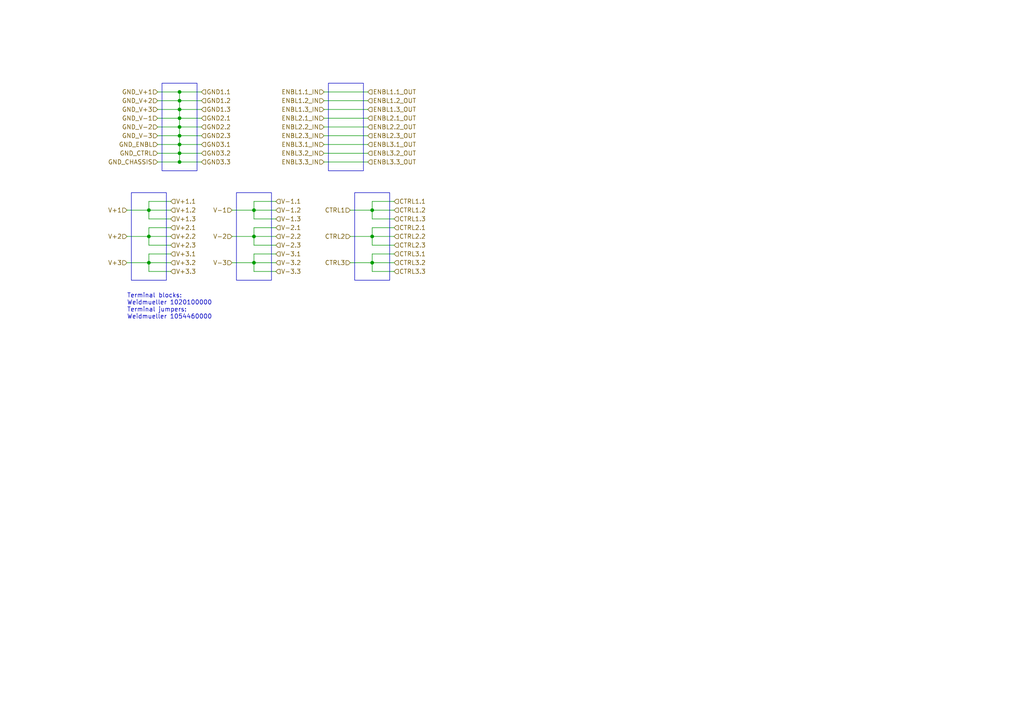
<source format=kicad_sch>
(kicad_sch
	(version 20231120)
	(generator "eeschema")
	(generator_version "8.0")
	(uuid "581073ff-566e-4631-a4a9-47918832661d")
	(paper "A4")
	(title_block
		(title "LED Driver Box")
		(date "2023-07-19")
		(company "SBC")
		(comment 1 "Zhiheng Sheng")
	)
	(lib_symbols)
	(junction
		(at 52.07 44.45)
		(diameter 0)
		(color 0 0 0 0)
		(uuid "12a493f3-0c58-45f5-b6ba-1caf8a1fbbfd")
	)
	(junction
		(at 107.95 76.2)
		(diameter 0)
		(color 0 0 0 0)
		(uuid "2a267081-0e92-442b-9275-baf49d0f6747")
	)
	(junction
		(at 52.07 26.67)
		(diameter 0)
		(color 0 0 0 0)
		(uuid "2aa4e0f4-3dfa-4ad4-93b9-ce84eb8389e3")
	)
	(junction
		(at 73.66 68.58)
		(diameter 0)
		(color 0 0 0 0)
		(uuid "2d1c6bbf-015a-41be-a069-f0e216976a71")
	)
	(junction
		(at 43.18 76.2)
		(diameter 0)
		(color 0 0 0 0)
		(uuid "32995ef0-f5cf-43f2-9703-e913dc3832ad")
	)
	(junction
		(at 107.95 60.96)
		(diameter 0)
		(color 0 0 0 0)
		(uuid "3369708a-6266-4bd9-8ded-98984176d4ca")
	)
	(junction
		(at 43.18 68.58)
		(diameter 0)
		(color 0 0 0 0)
		(uuid "44970cbe-c230-4764-9ebd-b81d83f9ca7d")
	)
	(junction
		(at 52.07 41.91)
		(diameter 0)
		(color 0 0 0 0)
		(uuid "4bc51e9d-0b4c-4073-8b6f-8792f663cdc0")
	)
	(junction
		(at 52.07 34.29)
		(diameter 0)
		(color 0 0 0 0)
		(uuid "5c4180a1-65f8-4331-b420-06a5e7b57f43")
	)
	(junction
		(at 52.07 29.21)
		(diameter 0)
		(color 0 0 0 0)
		(uuid "9c76fb3d-7acf-49ff-bda4-912751b84221")
	)
	(junction
		(at 107.95 68.58)
		(diameter 0)
		(color 0 0 0 0)
		(uuid "b7ecb460-817f-47b9-b4fb-3266f37f807f")
	)
	(junction
		(at 52.07 36.83)
		(diameter 0)
		(color 0 0 0 0)
		(uuid "bc2f1c7a-7b23-4346-bdd0-6640b468e712")
	)
	(junction
		(at 73.66 76.2)
		(diameter 0)
		(color 0 0 0 0)
		(uuid "cd6dd4b6-57b8-4c64-bed2-8521749f7493")
	)
	(junction
		(at 52.07 46.99)
		(diameter 0)
		(color 0 0 0 0)
		(uuid "ce85ed55-b54b-4f75-a935-156878c63d75")
	)
	(junction
		(at 52.07 39.37)
		(diameter 0)
		(color 0 0 0 0)
		(uuid "d09a64cb-7f4c-4cbc-9eeb-d28784886ca3")
	)
	(junction
		(at 73.66 60.96)
		(diameter 0)
		(color 0 0 0 0)
		(uuid "d2d302d4-b27a-4870-8b10-87496ad44250")
	)
	(junction
		(at 52.07 31.75)
		(diameter 0)
		(color 0 0 0 0)
		(uuid "d4c88600-5d61-4e42-a04d-10765e8eeb44")
	)
	(junction
		(at 43.18 60.96)
		(diameter 0)
		(color 0 0 0 0)
		(uuid "f8c343e3-c735-40c2-8f69-4a4d6700eb48")
	)
	(wire
		(pts
			(xy 73.66 71.12) (xy 80.01 71.12)
		)
		(stroke
			(width 0)
			(type default)
		)
		(uuid "0236429d-a7c7-497e-bd08-439275d1191b")
	)
	(wire
		(pts
			(xy 43.18 58.42) (xy 43.18 60.96)
		)
		(stroke
			(width 0)
			(type default)
		)
		(uuid "044c84ec-9afc-4cd3-a595-9ef36ad572ca")
	)
	(wire
		(pts
			(xy 52.07 29.21) (xy 52.07 31.75)
		)
		(stroke
			(width 0)
			(type default)
		)
		(uuid "04958178-7236-4d10-846f-80682ba993da")
	)
	(wire
		(pts
			(xy 52.07 34.29) (xy 52.07 36.83)
		)
		(stroke
			(width 0)
			(type default)
		)
		(uuid "04cf111c-01a1-425b-bec5-86b49016b93d")
	)
	(wire
		(pts
			(xy 43.18 60.96) (xy 49.53 60.96)
		)
		(stroke
			(width 0)
			(type default)
		)
		(uuid "052181b2-df95-4dcf-962b-7d262a2d2fa5")
	)
	(wire
		(pts
			(xy 73.66 63.5) (xy 80.01 63.5)
		)
		(stroke
			(width 0)
			(type default)
		)
		(uuid "0735539a-9157-4428-aa8d-7f018590563b")
	)
	(wire
		(pts
			(xy 43.18 60.96) (xy 43.18 63.5)
		)
		(stroke
			(width 0)
			(type default)
		)
		(uuid "0ae3fcb6-dfb2-409c-bc77-0cf5ad829dbe")
	)
	(wire
		(pts
			(xy 43.18 63.5) (xy 49.53 63.5)
		)
		(stroke
			(width 0)
			(type default)
		)
		(uuid "0ee447ff-943c-4d8b-b56e-40a3c4d6f254")
	)
	(wire
		(pts
			(xy 52.07 34.29) (xy 58.42 34.29)
		)
		(stroke
			(width 0)
			(type default)
		)
		(uuid "0f088927-7ac1-45ca-95fa-f7e605e65ae6")
	)
	(wire
		(pts
			(xy 36.83 68.58) (xy 43.18 68.58)
		)
		(stroke
			(width 0)
			(type default)
		)
		(uuid "0f61d264-b4c2-428d-bef8-4a10d6c9a7dd")
	)
	(wire
		(pts
			(xy 107.95 76.2) (xy 114.3 76.2)
		)
		(stroke
			(width 0)
			(type default)
		)
		(uuid "1366e04d-d97b-412d-a570-9e9525957c89")
	)
	(wire
		(pts
			(xy 107.95 60.96) (xy 107.95 63.5)
		)
		(stroke
			(width 0)
			(type default)
		)
		(uuid "1a7ed3fc-b367-471f-8cb2-ace16623d461")
	)
	(wire
		(pts
			(xy 93.98 46.99) (xy 106.68 46.99)
		)
		(stroke
			(width 0)
			(type default)
		)
		(uuid "1c9fc8d2-9119-49dc-8fa5-97906e941210")
	)
	(wire
		(pts
			(xy 107.95 58.42) (xy 107.95 60.96)
		)
		(stroke
			(width 0)
			(type default)
		)
		(uuid "1d585c3a-ac44-495f-94ce-cbe2031e4b38")
	)
	(wire
		(pts
			(xy 52.07 39.37) (xy 52.07 41.91)
		)
		(stroke
			(width 0)
			(type default)
		)
		(uuid "1d8d3a43-7f22-4aa1-8481-b59f63b1160c")
	)
	(wire
		(pts
			(xy 93.98 41.91) (xy 106.68 41.91)
		)
		(stroke
			(width 0)
			(type default)
		)
		(uuid "1deac3a9-1656-4d8a-8f64-b3b692afb5e0")
	)
	(wire
		(pts
			(xy 80.01 66.04) (xy 73.66 66.04)
		)
		(stroke
			(width 0)
			(type default)
		)
		(uuid "256b0c4c-3066-429c-927b-5f1e3a6423dc")
	)
	(wire
		(pts
			(xy 45.72 41.91) (xy 52.07 41.91)
		)
		(stroke
			(width 0)
			(type default)
		)
		(uuid "261998f9-6c89-4feb-9f36-67d606af8e86")
	)
	(wire
		(pts
			(xy 43.18 76.2) (xy 49.53 76.2)
		)
		(stroke
			(width 0)
			(type default)
		)
		(uuid "2baa11fa-9a9b-4b6e-b6a0-0be8e253fa1e")
	)
	(wire
		(pts
			(xy 52.07 36.83) (xy 52.07 39.37)
		)
		(stroke
			(width 0)
			(type default)
		)
		(uuid "2c27ca7c-4846-4d58-abb2-a139b69d8adc")
	)
	(wire
		(pts
			(xy 107.95 68.58) (xy 114.3 68.58)
		)
		(stroke
			(width 0)
			(type default)
		)
		(uuid "2c740d73-03c6-4911-a369-9af0f349a7b0")
	)
	(wire
		(pts
			(xy 114.3 73.66) (xy 107.95 73.66)
		)
		(stroke
			(width 0)
			(type default)
		)
		(uuid "2cc6b454-75ce-40e2-a1bb-e0a2b0203c2b")
	)
	(wire
		(pts
			(xy 52.07 26.67) (xy 52.07 29.21)
		)
		(stroke
			(width 0)
			(type default)
		)
		(uuid "2d683142-9422-4831-8aa5-19af13c2cc35")
	)
	(wire
		(pts
			(xy 73.66 58.42) (xy 73.66 60.96)
		)
		(stroke
			(width 0)
			(type default)
		)
		(uuid "2e6a6f52-ce1a-42c5-be5a-b2856ec2b370")
	)
	(wire
		(pts
			(xy 101.6 60.96) (xy 107.95 60.96)
		)
		(stroke
			(width 0)
			(type default)
		)
		(uuid "309b1c11-db0a-429e-939f-bfc5db030e63")
	)
	(wire
		(pts
			(xy 36.83 76.2) (xy 43.18 76.2)
		)
		(stroke
			(width 0)
			(type default)
		)
		(uuid "3236cb79-331b-4a65-a697-08510c5e5aea")
	)
	(wire
		(pts
			(xy 45.72 31.75) (xy 52.07 31.75)
		)
		(stroke
			(width 0)
			(type default)
		)
		(uuid "369e1b65-3939-4a49-8264-475eb6be7569")
	)
	(wire
		(pts
			(xy 52.07 41.91) (xy 52.07 44.45)
		)
		(stroke
			(width 0)
			(type default)
		)
		(uuid "36a1b096-c7b3-4e78-9da3-ecca583f16e1")
	)
	(wire
		(pts
			(xy 52.07 46.99) (xy 58.42 46.99)
		)
		(stroke
			(width 0)
			(type default)
		)
		(uuid "3fd26c43-17a6-4d10-9de6-085f6934b0f0")
	)
	(wire
		(pts
			(xy 67.31 68.58) (xy 73.66 68.58)
		)
		(stroke
			(width 0)
			(type default)
		)
		(uuid "43484ba8-643d-4873-a1d2-bb9399e3e0fe")
	)
	(wire
		(pts
			(xy 107.95 78.74) (xy 114.3 78.74)
		)
		(stroke
			(width 0)
			(type default)
		)
		(uuid "457cd467-8de0-4f3b-9c6d-c3116e376e9b")
	)
	(wire
		(pts
			(xy 36.83 60.96) (xy 43.18 60.96)
		)
		(stroke
			(width 0)
			(type default)
		)
		(uuid "49326c83-3096-41b2-97db-bb4d3bc8a064")
	)
	(wire
		(pts
			(xy 107.95 71.12) (xy 114.3 71.12)
		)
		(stroke
			(width 0)
			(type default)
		)
		(uuid "4a5c5b6a-4d69-4723-997e-447167037f5d")
	)
	(wire
		(pts
			(xy 52.07 41.91) (xy 58.42 41.91)
		)
		(stroke
			(width 0)
			(type default)
		)
		(uuid "4ab6faea-8e6e-43c6-8434-7dcb5a78ebe7")
	)
	(wire
		(pts
			(xy 52.07 31.75) (xy 58.42 31.75)
		)
		(stroke
			(width 0)
			(type default)
		)
		(uuid "528f4220-0478-49af-9e8b-2043d87a8870")
	)
	(wire
		(pts
			(xy 52.07 36.83) (xy 58.42 36.83)
		)
		(stroke
			(width 0)
			(type default)
		)
		(uuid "54e70b02-6dda-4e0f-9ec0-e70ccd92ef57")
	)
	(wire
		(pts
			(xy 73.66 76.2) (xy 80.01 76.2)
		)
		(stroke
			(width 0)
			(type default)
		)
		(uuid "596210b2-1e96-4d64-8fb8-0b71dc628831")
	)
	(wire
		(pts
			(xy 49.53 58.42) (xy 43.18 58.42)
		)
		(stroke
			(width 0)
			(type default)
		)
		(uuid "59d4e121-d5e5-4b37-b130-b931c310da08")
	)
	(wire
		(pts
			(xy 43.18 68.58) (xy 49.53 68.58)
		)
		(stroke
			(width 0)
			(type default)
		)
		(uuid "61c5ad3a-95c0-4d26-b305-fed427af08be")
	)
	(wire
		(pts
			(xy 107.95 60.96) (xy 114.3 60.96)
		)
		(stroke
			(width 0)
			(type default)
		)
		(uuid "635ce43f-a993-4307-a27d-fa9357bbf446")
	)
	(wire
		(pts
			(xy 73.66 78.74) (xy 80.01 78.74)
		)
		(stroke
			(width 0)
			(type default)
		)
		(uuid "66c775c2-182e-4768-a1f3-fb0e4a3f6cf5")
	)
	(wire
		(pts
			(xy 45.72 46.99) (xy 52.07 46.99)
		)
		(stroke
			(width 0)
			(type default)
		)
		(uuid "689cbf59-ba79-4c0e-8953-05d465148514")
	)
	(wire
		(pts
			(xy 93.98 39.37) (xy 106.68 39.37)
		)
		(stroke
			(width 0)
			(type default)
		)
		(uuid "6a87d804-7b28-4742-ae7a-62c53e6556ec")
	)
	(wire
		(pts
			(xy 93.98 34.29) (xy 106.68 34.29)
		)
		(stroke
			(width 0)
			(type default)
		)
		(uuid "71a5e88b-bb49-45ad-8423-4f754060f490")
	)
	(wire
		(pts
			(xy 107.95 76.2) (xy 107.95 78.74)
		)
		(stroke
			(width 0)
			(type default)
		)
		(uuid "749e3553-50ff-448c-89a8-41997c0e98e7")
	)
	(wire
		(pts
			(xy 107.95 68.58) (xy 107.95 71.12)
		)
		(stroke
			(width 0)
			(type default)
		)
		(uuid "7614e7da-cc57-42ba-9da4-08e4255e5494")
	)
	(wire
		(pts
			(xy 114.3 58.42) (xy 107.95 58.42)
		)
		(stroke
			(width 0)
			(type default)
		)
		(uuid "76887785-c0de-44f8-a809-0ed446df9d75")
	)
	(wire
		(pts
			(xy 52.07 44.45) (xy 52.07 46.99)
		)
		(stroke
			(width 0)
			(type default)
		)
		(uuid "7aa209eb-c6e8-488a-9284-7648f66a5116")
	)
	(wire
		(pts
			(xy 93.98 26.67) (xy 106.68 26.67)
		)
		(stroke
			(width 0)
			(type default)
		)
		(uuid "7b5976d5-78d3-4947-99ac-d515894c1e61")
	)
	(wire
		(pts
			(xy 67.31 76.2) (xy 73.66 76.2)
		)
		(stroke
			(width 0)
			(type default)
		)
		(uuid "7df49da9-2792-400c-8cbd-88b5508b75fc")
	)
	(wire
		(pts
			(xy 73.66 66.04) (xy 73.66 68.58)
		)
		(stroke
			(width 0)
			(type default)
		)
		(uuid "7e0eac20-e703-40ff-9548-6b226c33e859")
	)
	(wire
		(pts
			(xy 101.6 68.58) (xy 107.95 68.58)
		)
		(stroke
			(width 0)
			(type default)
		)
		(uuid "7f8557d5-c3b6-4841-adf9-138514b3a41b")
	)
	(wire
		(pts
			(xy 73.66 76.2) (xy 73.66 78.74)
		)
		(stroke
			(width 0)
			(type default)
		)
		(uuid "7fe0267a-8979-4e25-a8c9-c4a04e9e0075")
	)
	(wire
		(pts
			(xy 52.07 26.67) (xy 58.42 26.67)
		)
		(stroke
			(width 0)
			(type default)
		)
		(uuid "8050b9b5-7073-465d-93e9-f17d4a9d0043")
	)
	(wire
		(pts
			(xy 52.07 44.45) (xy 58.42 44.45)
		)
		(stroke
			(width 0)
			(type default)
		)
		(uuid "842fdece-74a4-4987-994e-53be2971b433")
	)
	(wire
		(pts
			(xy 80.01 58.42) (xy 73.66 58.42)
		)
		(stroke
			(width 0)
			(type default)
		)
		(uuid "870b9a5c-aa78-4a15-b247-604713d49754")
	)
	(wire
		(pts
			(xy 73.66 73.66) (xy 73.66 76.2)
		)
		(stroke
			(width 0)
			(type default)
		)
		(uuid "89a4e8ba-ff3f-4cd5-870c-d57834efd266")
	)
	(wire
		(pts
			(xy 45.72 36.83) (xy 52.07 36.83)
		)
		(stroke
			(width 0)
			(type default)
		)
		(uuid "8abf4702-5dab-4da4-9962-d65b018cf8d7")
	)
	(wire
		(pts
			(xy 43.18 73.66) (xy 43.18 76.2)
		)
		(stroke
			(width 0)
			(type default)
		)
		(uuid "8bdba472-95f9-4950-98bd-ad2fdb6e7b45")
	)
	(wire
		(pts
			(xy 45.72 29.21) (xy 52.07 29.21)
		)
		(stroke
			(width 0)
			(type default)
		)
		(uuid "9686f797-0c57-4581-b16d-704d002b27f2")
	)
	(wire
		(pts
			(xy 45.72 26.67) (xy 52.07 26.67)
		)
		(stroke
			(width 0)
			(type default)
		)
		(uuid "9956d5ae-f32f-48e2-a245-6928b9f8fb44")
	)
	(wire
		(pts
			(xy 93.98 36.83) (xy 106.68 36.83)
		)
		(stroke
			(width 0)
			(type default)
		)
		(uuid "a0c1f138-5385-41bf-a186-2929b9c9efd9")
	)
	(wire
		(pts
			(xy 114.3 66.04) (xy 107.95 66.04)
		)
		(stroke
			(width 0)
			(type default)
		)
		(uuid "a77ec3dd-9cf8-4189-9e54-f566c7be4a03")
	)
	(wire
		(pts
			(xy 52.07 39.37) (xy 58.42 39.37)
		)
		(stroke
			(width 0)
			(type default)
		)
		(uuid "b2091db9-b52a-4b04-9de3-34ca6e0bd2a5")
	)
	(wire
		(pts
			(xy 49.53 73.66) (xy 43.18 73.66)
		)
		(stroke
			(width 0)
			(type default)
		)
		(uuid "b8c22691-a82d-445f-bec6-af5ccacad8f0")
	)
	(wire
		(pts
			(xy 52.07 31.75) (xy 52.07 34.29)
		)
		(stroke
			(width 0)
			(type default)
		)
		(uuid "b8ed3d74-5d3b-4f9b-91f3-04769f404441")
	)
	(wire
		(pts
			(xy 73.66 60.96) (xy 80.01 60.96)
		)
		(stroke
			(width 0)
			(type default)
		)
		(uuid "bdac7419-7ed3-4b38-b6cf-d0cf00e5b663")
	)
	(wire
		(pts
			(xy 73.66 68.58) (xy 73.66 71.12)
		)
		(stroke
			(width 0)
			(type default)
		)
		(uuid "be2e63b7-0da3-49dd-88bb-429aefdb60f0")
	)
	(wire
		(pts
			(xy 80.01 73.66) (xy 73.66 73.66)
		)
		(stroke
			(width 0)
			(type default)
		)
		(uuid "c43825bb-bacd-4c8d-8800-3093e3a6122d")
	)
	(wire
		(pts
			(xy 43.18 76.2) (xy 43.18 78.74)
		)
		(stroke
			(width 0)
			(type default)
		)
		(uuid "cc65d1ed-d225-4039-9466-d7476d0d8204")
	)
	(wire
		(pts
			(xy 45.72 39.37) (xy 52.07 39.37)
		)
		(stroke
			(width 0)
			(type default)
		)
		(uuid "ce3cd243-eadc-46e5-a67f-3173e870901e")
	)
	(wire
		(pts
			(xy 43.18 78.74) (xy 49.53 78.74)
		)
		(stroke
			(width 0)
			(type default)
		)
		(uuid "d04586cb-4aac-4c70-b54d-40c9a0c599fc")
	)
	(wire
		(pts
			(xy 43.18 71.12) (xy 49.53 71.12)
		)
		(stroke
			(width 0)
			(type default)
		)
		(uuid "d0f1f5c7-fd51-423b-b4b8-0d1ee58b11bb")
	)
	(wire
		(pts
			(xy 107.95 66.04) (xy 107.95 68.58)
		)
		(stroke
			(width 0)
			(type default)
		)
		(uuid "d534b479-7de0-410b-8d51-d0d3fdf08e92")
	)
	(wire
		(pts
			(xy 49.53 66.04) (xy 43.18 66.04)
		)
		(stroke
			(width 0)
			(type default)
		)
		(uuid "d7cb7d13-96dc-4b90-b4df-1fbede2f63bd")
	)
	(wire
		(pts
			(xy 107.95 73.66) (xy 107.95 76.2)
		)
		(stroke
			(width 0)
			(type default)
		)
		(uuid "d860af5b-c14f-41b5-aef4-922908e24475")
	)
	(wire
		(pts
			(xy 93.98 29.21) (xy 106.68 29.21)
		)
		(stroke
			(width 0)
			(type default)
		)
		(uuid "dba5562b-8aa0-49e3-972f-036180172631")
	)
	(wire
		(pts
			(xy 67.31 60.96) (xy 73.66 60.96)
		)
		(stroke
			(width 0)
			(type default)
		)
		(uuid "dbb775d9-daca-48a1-a193-c21ed53596cf")
	)
	(wire
		(pts
			(xy 93.98 44.45) (xy 106.68 44.45)
		)
		(stroke
			(width 0)
			(type default)
		)
		(uuid "e2f7306a-301b-4844-a6ab-f8f285f9625f")
	)
	(wire
		(pts
			(xy 93.98 31.75) (xy 106.68 31.75)
		)
		(stroke
			(width 0)
			(type default)
		)
		(uuid "e373fba2-ece3-4649-9911-a0586e3dd5a5")
	)
	(wire
		(pts
			(xy 52.07 29.21) (xy 58.42 29.21)
		)
		(stroke
			(width 0)
			(type default)
		)
		(uuid "e407de74-e1ba-4c02-a8f7-f7ad782d7fd8")
	)
	(wire
		(pts
			(xy 101.6 76.2) (xy 107.95 76.2)
		)
		(stroke
			(width 0)
			(type default)
		)
		(uuid "e626d859-5d81-4e79-b94b-054fda233a13")
	)
	(wire
		(pts
			(xy 45.72 44.45) (xy 52.07 44.45)
		)
		(stroke
			(width 0)
			(type default)
		)
		(uuid "ebc46310-9aa8-4e89-8d27-074353d009ae")
	)
	(wire
		(pts
			(xy 73.66 60.96) (xy 73.66 63.5)
		)
		(stroke
			(width 0)
			(type default)
		)
		(uuid "ec2d60f6-7e86-4175-a1e5-34917e03135a")
	)
	(wire
		(pts
			(xy 45.72 34.29) (xy 52.07 34.29)
		)
		(stroke
			(width 0)
			(type default)
		)
		(uuid "ec4f4158-b625-4581-99f0-bd53a83f85a8")
	)
	(wire
		(pts
			(xy 43.18 68.58) (xy 43.18 71.12)
		)
		(stroke
			(width 0)
			(type default)
		)
		(uuid "f3428763-4b56-44c9-afd6-b87c534681db")
	)
	(wire
		(pts
			(xy 107.95 63.5) (xy 114.3 63.5)
		)
		(stroke
			(width 0)
			(type default)
		)
		(uuid "f681a262-8b05-4bca-8bbc-2b4a3f86bff4")
	)
	(wire
		(pts
			(xy 43.18 66.04) (xy 43.18 68.58)
		)
		(stroke
			(width 0)
			(type default)
		)
		(uuid "f844f351-a0d5-4164-a5a4-78452d489911")
	)
	(wire
		(pts
			(xy 73.66 68.58) (xy 80.01 68.58)
		)
		(stroke
			(width 0)
			(type default)
		)
		(uuid "f896314a-9489-48a9-8ee5-fa77bf7669a7")
	)
	(rectangle
		(start 46.99 24.13)
		(end 57.15 49.53)
		(stroke
			(width 0)
			(type default)
		)
		(fill
			(type none)
		)
		(uuid 215a4aab-30e0-43e1-8c30-fbcc830e434b)
	)
	(rectangle
		(start 95.25 24.13)
		(end 105.41 49.53)
		(stroke
			(width 0)
			(type default)
		)
		(fill
			(type none)
		)
		(uuid 3d9fd7d1-8f9d-4507-8ef5-6fbc4d0f38bb)
	)
	(rectangle
		(start 68.58 55.88)
		(end 78.74 81.28)
		(stroke
			(width 0)
			(type default)
		)
		(fill
			(type none)
		)
		(uuid 4cd24d45-9afd-41bd-9e3a-de6831bcb285)
	)
	(rectangle
		(start 102.87 55.88)
		(end 113.03 81.28)
		(stroke
			(width 0)
			(type default)
		)
		(fill
			(type none)
		)
		(uuid 6a5160a8-572c-46e1-81af-7d2dcc89c07d)
	)
	(rectangle
		(start 38.1 55.88)
		(end 48.26 81.28)
		(stroke
			(width 0)
			(type default)
		)
		(fill
			(type none)
		)
		(uuid ef07d3ad-c0b9-44bc-933f-046b2071b80f)
	)
	(text "Terminal blocks:\nWeidmueller 1020100000\nTerminal jumpers:\nWeidmueller 1054460000\n"
		(exclude_from_sim no)
		(at 36.83 92.71 0)
		(effects
			(font
				(size 1.27 1.27)
			)
			(justify left bottom)
		)
		(uuid "b6bc10e6-84b0-4dd4-a1ea-f96f06fe9cbc")
	)
	(hierarchical_label "V+3"
		(shape input)
		(at 36.83 76.2 180)
		(fields_autoplaced yes)
		(effects
			(font
				(size 1.27 1.27)
			)
			(justify right)
		)
		(uuid "02077a7e-7014-4126-baf0-8b6fe652a912")
	)
	(hierarchical_label "GND_V-3"
		(shape input)
		(at 45.72 39.37 180)
		(fields_autoplaced yes)
		(effects
			(font
				(size 1.27 1.27)
			)
			(justify right)
		)
		(uuid "0241f5c6-6ea9-4bb5-b367-478b7044bd24")
	)
	(hierarchical_label "V-1"
		(shape input)
		(at 67.31 60.96 180)
		(fields_autoplaced yes)
		(effects
			(font
				(size 1.27 1.27)
			)
			(justify right)
		)
		(uuid "03ca481f-93db-4c60-a420-009b08db2ff2")
	)
	(hierarchical_label "GND_ENBL"
		(shape input)
		(at 45.72 41.91 180)
		(fields_autoplaced yes)
		(effects
			(font
				(size 1.27 1.27)
			)
			(justify right)
		)
		(uuid "0af12f29-0a54-430e-884f-6ba10ae886e5")
	)
	(hierarchical_label "ENBL1.1_OUT"
		(shape input)
		(at 106.68 26.67 0)
		(fields_autoplaced yes)
		(effects
			(font
				(size 1.27 1.27)
			)
			(justify left)
		)
		(uuid "0c60c228-83aa-4638-8436-703215fdddea")
	)
	(hierarchical_label "ENBL3.1_OUT"
		(shape input)
		(at 106.68 41.91 0)
		(fields_autoplaced yes)
		(effects
			(font
				(size 1.27 1.27)
			)
			(justify left)
		)
		(uuid "0d32462f-979a-4ca1-afe8-e68e3091dd5e")
	)
	(hierarchical_label "ENBL1.2_OUT"
		(shape input)
		(at 106.68 29.21 0)
		(fields_autoplaced yes)
		(effects
			(font
				(size 1.27 1.27)
			)
			(justify left)
		)
		(uuid "141db622-91d1-4b9f-8935-71d41e1e3306")
	)
	(hierarchical_label "V-1.1"
		(shape input)
		(at 80.01 58.42 0)
		(fields_autoplaced yes)
		(effects
			(font
				(size 1.27 1.27)
			)
			(justify left)
		)
		(uuid "15d862ea-8ae6-4d36-9366-9285a0cb7846")
	)
	(hierarchical_label "GND1.2"
		(shape input)
		(at 58.42 29.21 0)
		(fields_autoplaced yes)
		(effects
			(font
				(size 1.27 1.27)
			)
			(justify left)
		)
		(uuid "167f75a7-ecbe-497d-9332-afccd7352226")
	)
	(hierarchical_label "ENBL2.3_IN"
		(shape input)
		(at 93.98 39.37 180)
		(fields_autoplaced yes)
		(effects
			(font
				(size 1.27 1.27)
			)
			(justify right)
		)
		(uuid "19d1f6c6-7b34-4054-9562-bd8e4c25bd6c")
	)
	(hierarchical_label "ENBL3.1_IN"
		(shape input)
		(at 93.98 41.91 180)
		(fields_autoplaced yes)
		(effects
			(font
				(size 1.27 1.27)
			)
			(justify right)
		)
		(uuid "1b4dd70a-ca79-4730-846e-4b2112dc43ec")
	)
	(hierarchical_label "ENBL2.3_OUT"
		(shape input)
		(at 106.68 39.37 0)
		(fields_autoplaced yes)
		(effects
			(font
				(size 1.27 1.27)
			)
			(justify left)
		)
		(uuid "1eb6018c-90ab-4e69-bcdc-e67ae29c6abe")
	)
	(hierarchical_label "GND_CTRL"
		(shape input)
		(at 45.72 44.45 180)
		(fields_autoplaced yes)
		(effects
			(font
				(size 1.27 1.27)
			)
			(justify right)
		)
		(uuid "1f49496e-4394-40c1-99cb-842a2ae7af68")
	)
	(hierarchical_label "GND_V+3"
		(shape input)
		(at 45.72 31.75 180)
		(fields_autoplaced yes)
		(effects
			(font
				(size 1.27 1.27)
			)
			(justify right)
		)
		(uuid "27e335cd-29ab-4241-9b59-4fcab37738a7")
	)
	(hierarchical_label "CTRL3.3"
		(shape input)
		(at 114.3 78.74 0)
		(fields_autoplaced yes)
		(effects
			(font
				(size 1.27 1.27)
			)
			(justify left)
		)
		(uuid "293310e0-255b-4b72-9852-1397d19f407e")
	)
	(hierarchical_label "CTRL2.2"
		(shape input)
		(at 114.3 68.58 0)
		(fields_autoplaced yes)
		(effects
			(font
				(size 1.27 1.27)
			)
			(justify left)
		)
		(uuid "2a543986-1b46-4207-b22f-082476ae0099")
	)
	(hierarchical_label "V+1.2"
		(shape input)
		(at 49.53 60.96 0)
		(fields_autoplaced yes)
		(effects
			(font
				(size 1.27 1.27)
			)
			(justify left)
		)
		(uuid "2bedbd59-5759-48ea-980a-55f37c7a8b7e")
	)
	(hierarchical_label "ENBL3.3_OUT"
		(shape input)
		(at 106.68 46.99 0)
		(fields_autoplaced yes)
		(effects
			(font
				(size 1.27 1.27)
			)
			(justify left)
		)
		(uuid "367fb9d9-0078-4cda-bbcc-71e4a38a23c1")
	)
	(hierarchical_label "V-2.2"
		(shape input)
		(at 80.01 68.58 0)
		(fields_autoplaced yes)
		(effects
			(font
				(size 1.27 1.27)
			)
			(justify left)
		)
		(uuid "368cdbeb-ff46-4ce3-8cbf-cffd7a0acab1")
	)
	(hierarchical_label "V+1"
		(shape input)
		(at 36.83 60.96 180)
		(fields_autoplaced yes)
		(effects
			(font
				(size 1.27 1.27)
			)
			(justify right)
		)
		(uuid "36cb35d8-023d-4cdf-9544-4bfc65ae96a6")
	)
	(hierarchical_label "V-2"
		(shape input)
		(at 67.31 68.58 180)
		(fields_autoplaced yes)
		(effects
			(font
				(size 1.27 1.27)
			)
			(justify right)
		)
		(uuid "380d4be5-66bf-444e-a388-f3630ce7f112")
	)
	(hierarchical_label "GND2.1"
		(shape input)
		(at 58.42 34.29 0)
		(fields_autoplaced yes)
		(effects
			(font
				(size 1.27 1.27)
			)
			(justify left)
		)
		(uuid "3b07202d-9e2d-4864-8ff0-c2de081b9991")
	)
	(hierarchical_label "V-2.3"
		(shape input)
		(at 80.01 71.12 0)
		(fields_autoplaced yes)
		(effects
			(font
				(size 1.27 1.27)
			)
			(justify left)
		)
		(uuid "3f225d79-f25a-4d78-810c-c630e5aa5705")
	)
	(hierarchical_label "ENBL3.2_IN"
		(shape input)
		(at 93.98 44.45 180)
		(fields_autoplaced yes)
		(effects
			(font
				(size 1.27 1.27)
			)
			(justify right)
		)
		(uuid "4459cec6-61c8-4034-9a17-6178a135e44c")
	)
	(hierarchical_label "GND_V-1"
		(shape input)
		(at 45.72 34.29 180)
		(fields_autoplaced yes)
		(effects
			(font
				(size 1.27 1.27)
			)
			(justify right)
		)
		(uuid "47e0436f-c053-48c9-87c3-7605d188cb76")
	)
	(hierarchical_label "GND_V+2"
		(shape input)
		(at 45.72 29.21 180)
		(fields_autoplaced yes)
		(effects
			(font
				(size 1.27 1.27)
			)
			(justify right)
		)
		(uuid "562d8271-d085-4797-ac2b-137685debe14")
	)
	(hierarchical_label "V-3.3"
		(shape input)
		(at 80.01 78.74 0)
		(fields_autoplaced yes)
		(effects
			(font
				(size 1.27 1.27)
			)
			(justify left)
		)
		(uuid "566050e0-49df-4730-81c4-2ba680ef0a85")
	)
	(hierarchical_label "ENBL2.2_OUT"
		(shape input)
		(at 106.68 36.83 0)
		(fields_autoplaced yes)
		(effects
			(font
				(size 1.27 1.27)
			)
			(justify left)
		)
		(uuid "6f9ac06b-bff4-4382-b8cc-2c8ee5855f09")
	)
	(hierarchical_label "GND_CHASSIS"
		(shape input)
		(at 45.72 46.99 180)
		(fields_autoplaced yes)
		(effects
			(font
				(size 1.27 1.27)
			)
			(justify right)
		)
		(uuid "70dbbc4d-6b09-48ef-8dec-dea5a1c55650")
	)
	(hierarchical_label "V+2.3"
		(shape input)
		(at 49.53 71.12 0)
		(fields_autoplaced yes)
		(effects
			(font
				(size 1.27 1.27)
			)
			(justify left)
		)
		(uuid "70e346d7-f9ec-4c45-8640-32fe2f0a515f")
	)
	(hierarchical_label "V+3.3"
		(shape input)
		(at 49.53 78.74 0)
		(fields_autoplaced yes)
		(effects
			(font
				(size 1.27 1.27)
			)
			(justify left)
		)
		(uuid "74eb32e1-acfb-4872-8352-7cc3a4dbe1c7")
	)
	(hierarchical_label "V+2.2"
		(shape input)
		(at 49.53 68.58 0)
		(fields_autoplaced yes)
		(effects
			(font
				(size 1.27 1.27)
			)
			(justify left)
		)
		(uuid "76617311-cd33-4735-8c60-dc0c80241b9b")
	)
	(hierarchical_label "ENBL3.3_IN"
		(shape input)
		(at 93.98 46.99 180)
		(fields_autoplaced yes)
		(effects
			(font
				(size 1.27 1.27)
			)
			(justify right)
		)
		(uuid "77dc33e9-825a-4f5d-968a-d4efa21c1e8a")
	)
	(hierarchical_label "GND2.2"
		(shape input)
		(at 58.42 36.83 0)
		(fields_autoplaced yes)
		(effects
			(font
				(size 1.27 1.27)
			)
			(justify left)
		)
		(uuid "7cbcdd9e-c56f-422f-9620-093ad9309366")
	)
	(hierarchical_label "GND1.1"
		(shape input)
		(at 58.42 26.67 0)
		(fields_autoplaced yes)
		(effects
			(font
				(size 1.27 1.27)
			)
			(justify left)
		)
		(uuid "7eaf585e-f15e-4c04-a3d6-66fbaef64556")
	)
	(hierarchical_label "V+3.1"
		(shape input)
		(at 49.53 73.66 0)
		(fields_autoplaced yes)
		(effects
			(font
				(size 1.27 1.27)
			)
			(justify left)
		)
		(uuid "815fc33e-e6c5-4c70-b73b-67a66aeb422a")
	)
	(hierarchical_label "V-1.2"
		(shape input)
		(at 80.01 60.96 0)
		(fields_autoplaced yes)
		(effects
			(font
				(size 1.27 1.27)
			)
			(justify left)
		)
		(uuid "82528093-ec24-4ea0-aadd-382123629618")
	)
	(hierarchical_label "CTRL1.2"
		(shape input)
		(at 114.3 60.96 0)
		(fields_autoplaced yes)
		(effects
			(font
				(size 1.27 1.27)
			)
			(justify left)
		)
		(uuid "83810f5f-d9d1-4328-904f-1e51ba1851cc")
	)
	(hierarchical_label "GND3.2"
		(shape input)
		(at 58.42 44.45 0)
		(fields_autoplaced yes)
		(effects
			(font
				(size 1.27 1.27)
			)
			(justify left)
		)
		(uuid "87e40700-d581-43d2-84d2-14104faabed3")
	)
	(hierarchical_label "GND1.3"
		(shape input)
		(at 58.42 31.75 0)
		(fields_autoplaced yes)
		(effects
			(font
				(size 1.27 1.27)
			)
			(justify left)
		)
		(uuid "8a5f31db-5f89-425a-82bc-26c19b1bcc61")
	)
	(hierarchical_label "V+3.2"
		(shape input)
		(at 49.53 76.2 0)
		(fields_autoplaced yes)
		(effects
			(font
				(size 1.27 1.27)
			)
			(justify left)
		)
		(uuid "8ade5915-71fc-41c1-aa62-ba0c9401aa62")
	)
	(hierarchical_label "GND2.3"
		(shape input)
		(at 58.42 39.37 0)
		(fields_autoplaced yes)
		(effects
			(font
				(size 1.27 1.27)
			)
			(justify left)
		)
		(uuid "8e88a44a-655d-4af0-96cc-3bde254ee0a1")
	)
	(hierarchical_label "CTRL2.3"
		(shape input)
		(at 114.3 71.12 0)
		(fields_autoplaced yes)
		(effects
			(font
				(size 1.27 1.27)
			)
			(justify left)
		)
		(uuid "90715e3e-ace4-4f4e-b5a5-ecacc76b9789")
	)
	(hierarchical_label "CTRL3.1"
		(shape input)
		(at 114.3 73.66 0)
		(fields_autoplaced yes)
		(effects
			(font
				(size 1.27 1.27)
			)
			(justify left)
		)
		(uuid "936e1374-1f62-434b-ae47-5cf610deb503")
	)
	(hierarchical_label "V-1.3"
		(shape input)
		(at 80.01 63.5 0)
		(fields_autoplaced yes)
		(effects
			(font
				(size 1.27 1.27)
			)
			(justify left)
		)
		(uuid "93979d72-bf1e-4a72-b61a-19aa9f00308c")
	)
	(hierarchical_label "CTRL2"
		(shape input)
		(at 101.6 68.58 180)
		(fields_autoplaced yes)
		(effects
			(font
				(size 1.27 1.27)
			)
			(justify right)
		)
		(uuid "9f3b5e79-3ace-42e2-8f48-4110685999da")
	)
	(hierarchical_label "ENBL2.1_IN"
		(shape input)
		(at 93.98 34.29 180)
		(fields_autoplaced yes)
		(effects
			(font
				(size 1.27 1.27)
			)
			(justify right)
		)
		(uuid "9f9d3bc2-36f3-4776-b424-2d5df55c6d2a")
	)
	(hierarchical_label "GND_V+1"
		(shape input)
		(at 45.72 26.67 180)
		(fields_autoplaced yes)
		(effects
			(font
				(size 1.27 1.27)
			)
			(justify right)
		)
		(uuid "a0824000-df11-4c61-a8ed-0d09ca8aa6c2")
	)
	(hierarchical_label "CTRL2.1"
		(shape input)
		(at 114.3 66.04 0)
		(fields_autoplaced yes)
		(effects
			(font
				(size 1.27 1.27)
			)
			(justify left)
		)
		(uuid "a1fce640-43ee-4275-bcbd-babbc573ab0a")
	)
	(hierarchical_label "ENBL1.2_IN"
		(shape input)
		(at 93.98 29.21 180)
		(fields_autoplaced yes)
		(effects
			(font
				(size 1.27 1.27)
			)
			(justify right)
		)
		(uuid "a368e310-1652-4cb3-93ce-3c3e406a1c84")
	)
	(hierarchical_label "ENBL1.3_OUT"
		(shape input)
		(at 106.68 31.75 0)
		(fields_autoplaced yes)
		(effects
			(font
				(size 1.27 1.27)
			)
			(justify left)
		)
		(uuid "af4d0c95-2bdc-4ae4-b36f-20e650f0b7d9")
	)
	(hierarchical_label "GND3.1"
		(shape input)
		(at 58.42 41.91 0)
		(fields_autoplaced yes)
		(effects
			(font
				(size 1.27 1.27)
			)
			(justify left)
		)
		(uuid "afa9d11d-33ce-41c5-bd58-312de3ea2e04")
	)
	(hierarchical_label "ENBL3.2_OUT"
		(shape input)
		(at 106.68 44.45 0)
		(fields_autoplaced yes)
		(effects
			(font
				(size 1.27 1.27)
			)
			(justify left)
		)
		(uuid "b53da080-c870-4556-b90e-4c945e9fe565")
	)
	(hierarchical_label "CTRL1.1"
		(shape input)
		(at 114.3 58.42 0)
		(fields_autoplaced yes)
		(effects
			(font
				(size 1.27 1.27)
			)
			(justify left)
		)
		(uuid "b6070490-fe25-42af-bf89-5375d806cc0a")
	)
	(hierarchical_label "CTRL1"
		(shape input)
		(at 101.6 60.96 180)
		(fields_autoplaced yes)
		(effects
			(font
				(size 1.27 1.27)
			)
			(justify right)
		)
		(uuid "b7ed8202-5628-484d-bf35-c29c06381904")
	)
	(hierarchical_label "V+2"
		(shape input)
		(at 36.83 68.58 180)
		(fields_autoplaced yes)
		(effects
			(font
				(size 1.27 1.27)
			)
			(justify right)
		)
		(uuid "bf1b2a70-0df4-4f8e-b85c-b114e26a64bd")
	)
	(hierarchical_label "ENBL1.3_IN"
		(shape input)
		(at 93.98 31.75 180)
		(fields_autoplaced yes)
		(effects
			(font
				(size 1.27 1.27)
			)
			(justify right)
		)
		(uuid "c0920e16-75a7-4b5d-95f6-158e45a3d0cd")
	)
	(hierarchical_label "ENBL2.1_OUT"
		(shape input)
		(at 106.68 34.29 0)
		(fields_autoplaced yes)
		(effects
			(font
				(size 1.27 1.27)
			)
			(justify left)
		)
		(uuid "cefd991a-c92c-493f-a4ae-f26234c4a987")
	)
	(hierarchical_label "V-3.1"
		(shape input)
		(at 80.01 73.66 0)
		(fields_autoplaced yes)
		(effects
			(font
				(size 1.27 1.27)
			)
			(justify left)
		)
		(uuid "cf24aab6-ff25-46e0-b8b3-145e4a94f9ef")
	)
	(hierarchical_label "V-3"
		(shape input)
		(at 67.31 76.2 180)
		(fields_autoplaced yes)
		(effects
			(font
				(size 1.27 1.27)
			)
			(justify right)
		)
		(uuid "cf81af66-1db2-4437-9f4a-d9e9548c22ce")
	)
	(hierarchical_label "V+1.3"
		(shape input)
		(at 49.53 63.5 0)
		(fields_autoplaced yes)
		(effects
			(font
				(size 1.27 1.27)
			)
			(justify left)
		)
		(uuid "d256def1-278e-45d7-b6ac-9729a15a6a5f")
	)
	(hierarchical_label "ENBL2.2_IN"
		(shape input)
		(at 93.98 36.83 180)
		(fields_autoplaced yes)
		(effects
			(font
				(size 1.27 1.27)
			)
			(justify right)
		)
		(uuid "e22ed426-a218-4740-b39a-d8eb6542f422")
	)
	(hierarchical_label "CTRL3"
		(shape input)
		(at 101.6 76.2 180)
		(fields_autoplaced yes)
		(effects
			(font
				(size 1.27 1.27)
			)
			(justify right)
		)
		(uuid "edccf788-0ff4-4456-9089-83c53bbfd5d6")
	)
	(hierarchical_label "GND3.3"
		(shape input)
		(at 58.42 46.99 0)
		(fields_autoplaced yes)
		(effects
			(font
				(size 1.27 1.27)
			)
			(justify left)
		)
		(uuid "ee455ecc-0ceb-4026-8774-5007bed74dd0")
	)
	(hierarchical_label "V-2.1"
		(shape input)
		(at 80.01 66.04 0)
		(fields_autoplaced yes)
		(effects
			(font
				(size 1.27 1.27)
			)
			(justify left)
		)
		(uuid "f04ca926-c7eb-4449-820b-f83778b220b6")
	)
	(hierarchical_label "V-3.2"
		(shape input)
		(at 80.01 76.2 0)
		(fields_autoplaced yes)
		(effects
			(font
				(size 1.27 1.27)
			)
			(justify left)
		)
		(uuid "f40c0f47-4770-4383-a3cd-3ff8f0163aef")
	)
	(hierarchical_label "V+1.1"
		(shape input)
		(at 49.53 58.42 0)
		(fields_autoplaced yes)
		(effects
			(font
				(size 1.27 1.27)
			)
			(justify left)
		)
		(uuid "f428e329-29f4-4482-9b8d-3049d0cb90b0")
	)
	(hierarchical_label "GND_V-2"
		(shape input)
		(at 45.72 36.83 180)
		(fields_autoplaced yes)
		(effects
			(font
				(size 1.27 1.27)
			)
			(justify right)
		)
		(uuid "f4c8e0f8-45bb-42a7-a0eb-61fd571230db")
	)
	(hierarchical_label "CTRL1.3"
		(shape input)
		(at 114.3 63.5 0)
		(fields_autoplaced yes)
		(effects
			(font
				(size 1.27 1.27)
			)
			(justify left)
		)
		(uuid "f5a52c3e-99c1-4d35-b8ca-d82f13732814")
	)
	(hierarchical_label "ENBL1.1_IN"
		(shape input)
		(at 93.98 26.67 180)
		(fields_autoplaced yes)
		(effects
			(font
				(size 1.27 1.27)
			)
			(justify right)
		)
		(uuid "f5f17be2-e68d-4374-a3df-d74e01dbd3ab")
	)
	(hierarchical_label "CTRL3.2"
		(shape input)
		(at 114.3 76.2 0)
		(fields_autoplaced yes)
		(effects
			(font
				(size 1.27 1.27)
			)
			(justify left)
		)
		(uuid "fab2dd03-dc8e-4d68-af8e-49e8e82b8a67")
	)
	(hierarchical_label "V+2.1"
		(shape input)
		(at 49.53 66.04 0)
		(fields_autoplaced yes)
		(effects
			(font
				(size 1.27 1.27)
			)
			(justify left)
		)
		(uuid "ff947b88-6033-4855-875d-db3e2bf4c99c")
	)
)

</source>
